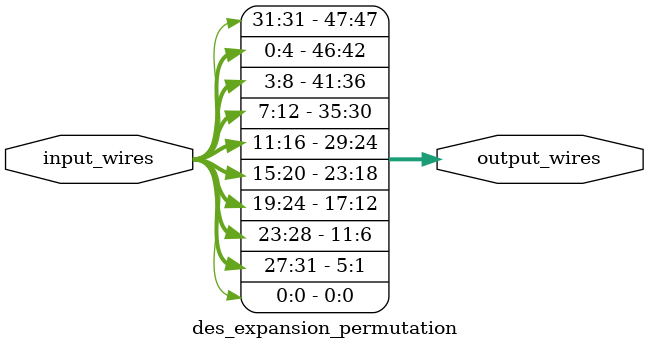
<source format=sv>
module des_expansion_permutation (
	input logic [0:31] input_wires,
	output logic [0:47] output_wires

);

assign output_wires[0] = input_wires[31];
assign output_wires[1] = input_wires[0];
assign output_wires[2] = input_wires[1];
assign output_wires[3] = input_wires[2];
assign output_wires[4] = input_wires[3];
assign output_wires[5] = input_wires[4];
assign output_wires[6] = input_wires[3];
assign output_wires[7] = input_wires[4];
assign output_wires[8] = input_wires[5];
assign output_wires[9] = input_wires[6];
assign output_wires[10] = input_wires[7];
assign output_wires[11] = input_wires[8];
assign output_wires[12] = input_wires[7];
assign output_wires[13] = input_wires[8];
assign output_wires[14] = input_wires[9];
assign output_wires[15] = input_wires[10];
assign output_wires[16] = input_wires[11];
assign output_wires[17] = input_wires[12];
assign output_wires[18] = input_wires[11];
assign output_wires[19] = input_wires[12];
assign output_wires[20] = input_wires[13];
assign output_wires[21] = input_wires[14];
assign output_wires[22] = input_wires[15];
assign output_wires[23] = input_wires[16];
assign output_wires[24] = input_wires[15];
assign output_wires[25] = input_wires[16];
assign output_wires[26] = input_wires[17];
assign output_wires[27] = input_wires[18];
assign output_wires[28] = input_wires[19];
assign output_wires[29] = input_wires[20];
assign output_wires[30] = input_wires[19];
assign output_wires[31] = input_wires[20];
assign output_wires[32] = input_wires[21];
assign output_wires[33] = input_wires[22];
assign output_wires[34] = input_wires[23];
assign output_wires[35] = input_wires[24];
assign output_wires[36] = input_wires[23];
assign output_wires[37] = input_wires[24];
assign output_wires[38] = input_wires[25];
assign output_wires[39] = input_wires[26];
assign output_wires[40] = input_wires[27];
assign output_wires[41] = input_wires[28];
assign output_wires[42] = input_wires[27];
assign output_wires[43] = input_wires[28];
assign output_wires[44] = input_wires[29];
assign output_wires[45] = input_wires[30];
assign output_wires[46] = input_wires[31];
assign output_wires[47] = input_wires[0];

endmodule
</source>
